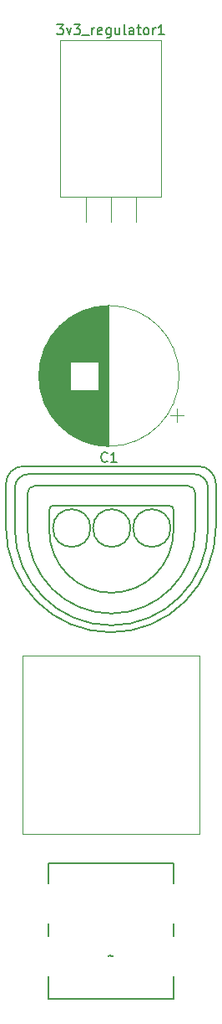
<source format=gbr>
%TF.GenerationSoftware,KiCad,Pcbnew,8.0.3*%
%TF.CreationDate,2024-06-28T16:48:33+02:00*%
%TF.ProjectId,pro micro nintendo adapter,70726f20-6d69-4637-926f-206e696e7465,rev?*%
%TF.SameCoordinates,Original*%
%TF.FileFunction,Legend,Top*%
%TF.FilePolarity,Positive*%
%FSLAX46Y46*%
G04 Gerber Fmt 4.6, Leading zero omitted, Abs format (unit mm)*
G04 Created by KiCad (PCBNEW 8.0.3) date 2024-06-28 16:48:33*
%MOMM*%
%LPD*%
G01*
G04 APERTURE LIST*
%ADD10C,0.150000*%
%ADD11C,0.100000*%
%ADD12C,0.127000*%
%ADD13C,0.203200*%
%ADD14C,0.120000*%
G04 APERTURE END LIST*
D10*
X131203062Y-95985580D02*
X131155443Y-96033200D01*
X131155443Y-96033200D02*
X131012586Y-96080819D01*
X131012586Y-96080819D02*
X130917348Y-96080819D01*
X130917348Y-96080819D02*
X130774491Y-96033200D01*
X130774491Y-96033200D02*
X130679253Y-95937961D01*
X130679253Y-95937961D02*
X130631634Y-95842723D01*
X130631634Y-95842723D02*
X130584015Y-95652247D01*
X130584015Y-95652247D02*
X130584015Y-95509390D01*
X130584015Y-95509390D02*
X130631634Y-95318914D01*
X130631634Y-95318914D02*
X130679253Y-95223676D01*
X130679253Y-95223676D02*
X130774491Y-95128438D01*
X130774491Y-95128438D02*
X130917348Y-95080819D01*
X130917348Y-95080819D02*
X131012586Y-95080819D01*
X131012586Y-95080819D02*
X131155443Y-95128438D01*
X131155443Y-95128438D02*
X131203062Y-95176057D01*
X132155443Y-96080819D02*
X131584015Y-96080819D01*
X131869729Y-96080819D02*
X131869729Y-95080819D01*
X131869729Y-95080819D02*
X131774491Y-95223676D01*
X131774491Y-95223676D02*
X131679253Y-95318914D01*
X131679253Y-95318914D02*
X131584015Y-95366533D01*
X131310095Y-146083866D02*
X131357714Y-146036247D01*
X131357714Y-146036247D02*
X131452952Y-145988628D01*
X131452952Y-145988628D02*
X131643428Y-146083866D01*
X131643428Y-146083866D02*
X131738666Y-146036247D01*
X131738666Y-146036247D02*
X131786285Y-145988628D01*
X126119618Y-51858819D02*
X126738665Y-51858819D01*
X126738665Y-51858819D02*
X126405332Y-52239771D01*
X126405332Y-52239771D02*
X126548189Y-52239771D01*
X126548189Y-52239771D02*
X126643427Y-52287390D01*
X126643427Y-52287390D02*
X126691046Y-52335009D01*
X126691046Y-52335009D02*
X126738665Y-52430247D01*
X126738665Y-52430247D02*
X126738665Y-52668342D01*
X126738665Y-52668342D02*
X126691046Y-52763580D01*
X126691046Y-52763580D02*
X126643427Y-52811200D01*
X126643427Y-52811200D02*
X126548189Y-52858819D01*
X126548189Y-52858819D02*
X126262475Y-52858819D01*
X126262475Y-52858819D02*
X126167237Y-52811200D01*
X126167237Y-52811200D02*
X126119618Y-52763580D01*
X127071999Y-52192152D02*
X127310094Y-52858819D01*
X127310094Y-52858819D02*
X127548189Y-52192152D01*
X127833904Y-51858819D02*
X128452951Y-51858819D01*
X128452951Y-51858819D02*
X128119618Y-52239771D01*
X128119618Y-52239771D02*
X128262475Y-52239771D01*
X128262475Y-52239771D02*
X128357713Y-52287390D01*
X128357713Y-52287390D02*
X128405332Y-52335009D01*
X128405332Y-52335009D02*
X128452951Y-52430247D01*
X128452951Y-52430247D02*
X128452951Y-52668342D01*
X128452951Y-52668342D02*
X128405332Y-52763580D01*
X128405332Y-52763580D02*
X128357713Y-52811200D01*
X128357713Y-52811200D02*
X128262475Y-52858819D01*
X128262475Y-52858819D02*
X127976761Y-52858819D01*
X127976761Y-52858819D02*
X127881523Y-52811200D01*
X127881523Y-52811200D02*
X127833904Y-52763580D01*
X128643428Y-52954057D02*
X129405332Y-52954057D01*
X129643428Y-52858819D02*
X129643428Y-52192152D01*
X129643428Y-52382628D02*
X129691047Y-52287390D01*
X129691047Y-52287390D02*
X129738666Y-52239771D01*
X129738666Y-52239771D02*
X129833904Y-52192152D01*
X129833904Y-52192152D02*
X129929142Y-52192152D01*
X130643428Y-52811200D02*
X130548190Y-52858819D01*
X130548190Y-52858819D02*
X130357714Y-52858819D01*
X130357714Y-52858819D02*
X130262476Y-52811200D01*
X130262476Y-52811200D02*
X130214857Y-52715961D01*
X130214857Y-52715961D02*
X130214857Y-52335009D01*
X130214857Y-52335009D02*
X130262476Y-52239771D01*
X130262476Y-52239771D02*
X130357714Y-52192152D01*
X130357714Y-52192152D02*
X130548190Y-52192152D01*
X130548190Y-52192152D02*
X130643428Y-52239771D01*
X130643428Y-52239771D02*
X130691047Y-52335009D01*
X130691047Y-52335009D02*
X130691047Y-52430247D01*
X130691047Y-52430247D02*
X130214857Y-52525485D01*
X131548190Y-52192152D02*
X131548190Y-53001676D01*
X131548190Y-53001676D02*
X131500571Y-53096914D01*
X131500571Y-53096914D02*
X131452952Y-53144533D01*
X131452952Y-53144533D02*
X131357714Y-53192152D01*
X131357714Y-53192152D02*
X131214857Y-53192152D01*
X131214857Y-53192152D02*
X131119619Y-53144533D01*
X131548190Y-52811200D02*
X131452952Y-52858819D01*
X131452952Y-52858819D02*
X131262476Y-52858819D01*
X131262476Y-52858819D02*
X131167238Y-52811200D01*
X131167238Y-52811200D02*
X131119619Y-52763580D01*
X131119619Y-52763580D02*
X131072000Y-52668342D01*
X131072000Y-52668342D02*
X131072000Y-52382628D01*
X131072000Y-52382628D02*
X131119619Y-52287390D01*
X131119619Y-52287390D02*
X131167238Y-52239771D01*
X131167238Y-52239771D02*
X131262476Y-52192152D01*
X131262476Y-52192152D02*
X131452952Y-52192152D01*
X131452952Y-52192152D02*
X131548190Y-52239771D01*
X132452952Y-52192152D02*
X132452952Y-52858819D01*
X132024381Y-52192152D02*
X132024381Y-52715961D01*
X132024381Y-52715961D02*
X132072000Y-52811200D01*
X132072000Y-52811200D02*
X132167238Y-52858819D01*
X132167238Y-52858819D02*
X132310095Y-52858819D01*
X132310095Y-52858819D02*
X132405333Y-52811200D01*
X132405333Y-52811200D02*
X132452952Y-52763580D01*
X133072000Y-52858819D02*
X132976762Y-52811200D01*
X132976762Y-52811200D02*
X132929143Y-52715961D01*
X132929143Y-52715961D02*
X132929143Y-51858819D01*
X133881524Y-52858819D02*
X133881524Y-52335009D01*
X133881524Y-52335009D02*
X133833905Y-52239771D01*
X133833905Y-52239771D02*
X133738667Y-52192152D01*
X133738667Y-52192152D02*
X133548191Y-52192152D01*
X133548191Y-52192152D02*
X133452953Y-52239771D01*
X133881524Y-52811200D02*
X133786286Y-52858819D01*
X133786286Y-52858819D02*
X133548191Y-52858819D01*
X133548191Y-52858819D02*
X133452953Y-52811200D01*
X133452953Y-52811200D02*
X133405334Y-52715961D01*
X133405334Y-52715961D02*
X133405334Y-52620723D01*
X133405334Y-52620723D02*
X133452953Y-52525485D01*
X133452953Y-52525485D02*
X133548191Y-52477866D01*
X133548191Y-52477866D02*
X133786286Y-52477866D01*
X133786286Y-52477866D02*
X133881524Y-52430247D01*
X134214858Y-52192152D02*
X134595810Y-52192152D01*
X134357715Y-51858819D02*
X134357715Y-52715961D01*
X134357715Y-52715961D02*
X134405334Y-52811200D01*
X134405334Y-52811200D02*
X134500572Y-52858819D01*
X134500572Y-52858819D02*
X134595810Y-52858819D01*
X135072001Y-52858819D02*
X134976763Y-52811200D01*
X134976763Y-52811200D02*
X134929144Y-52763580D01*
X134929144Y-52763580D02*
X134881525Y-52668342D01*
X134881525Y-52668342D02*
X134881525Y-52382628D01*
X134881525Y-52382628D02*
X134929144Y-52287390D01*
X134929144Y-52287390D02*
X134976763Y-52239771D01*
X134976763Y-52239771D02*
X135072001Y-52192152D01*
X135072001Y-52192152D02*
X135214858Y-52192152D01*
X135214858Y-52192152D02*
X135310096Y-52239771D01*
X135310096Y-52239771D02*
X135357715Y-52287390D01*
X135357715Y-52287390D02*
X135405334Y-52382628D01*
X135405334Y-52382628D02*
X135405334Y-52668342D01*
X135405334Y-52668342D02*
X135357715Y-52763580D01*
X135357715Y-52763580D02*
X135310096Y-52811200D01*
X135310096Y-52811200D02*
X135214858Y-52858819D01*
X135214858Y-52858819D02*
X135072001Y-52858819D01*
X135833906Y-52858819D02*
X135833906Y-52192152D01*
X135833906Y-52382628D02*
X135881525Y-52287390D01*
X135881525Y-52287390D02*
X135929144Y-52239771D01*
X135929144Y-52239771D02*
X136024382Y-52192152D01*
X136024382Y-52192152D02*
X136119620Y-52192152D01*
X136976763Y-52858819D02*
X136405335Y-52858819D01*
X136691049Y-52858819D02*
X136691049Y-51858819D01*
X136691049Y-51858819D02*
X136595811Y-52001676D01*
X136595811Y-52001676D02*
X136500573Y-52096914D01*
X136500573Y-52096914D02*
X136405335Y-52144533D01*
%TO.C,U3*%
D11*
X122572000Y-115682000D02*
X140572000Y-115682000D01*
X140572000Y-133682000D01*
X122572000Y-133682000D01*
X122572000Y-115682000D01*
D12*
%TO.C,N64_controller1*%
X120922000Y-98298750D02*
X120922000Y-102648750D01*
X121822000Y-98698750D02*
X121822000Y-102798750D01*
X123122000Y-99198750D02*
X123122000Y-102898750D01*
X125322000Y-100898750D02*
X125322000Y-102998750D01*
X137522000Y-100498750D02*
X125722000Y-100498750D01*
X137922000Y-100898750D02*
X137922000Y-102998750D01*
X139422000Y-98498750D02*
X123822000Y-98498750D01*
X140022000Y-97298750D02*
X123222000Y-97298750D01*
X140122000Y-99198750D02*
X140122000Y-102898750D01*
X140422000Y-96498750D02*
X122722000Y-96498750D01*
X141422000Y-98698750D02*
X141422000Y-102798750D01*
X142222000Y-98298750D02*
X142222000Y-102648750D01*
X120922000Y-98298750D02*
G75*
G02*
X122722000Y-96498750I1800000J0D01*
G01*
X121822000Y-98698750D02*
G75*
G02*
X123222000Y-97298750I1400000J0D01*
G01*
X123122000Y-99198750D02*
G75*
G02*
X123822000Y-98498750I700000J0D01*
G01*
X125322000Y-100898750D02*
G75*
G02*
X125722000Y-100498750I400000J0D01*
G01*
X131572001Y-113298751D02*
G75*
G02*
X120921999Y-102648750I-1J10650001D01*
G01*
X131622000Y-112598750D02*
G75*
G02*
X121822000Y-102798750I2J9800002D01*
G01*
X131622002Y-109298750D02*
G75*
G02*
X125322000Y-102998750I-2J6300000D01*
G01*
X131622002Y-111398750D02*
G75*
G02*
X123122000Y-102898750I-2J8500000D01*
G01*
X137522000Y-100498750D02*
G75*
G02*
X137922000Y-100898750I1J-399999D01*
G01*
X137922000Y-102998750D02*
G75*
G02*
X131621999Y-109298749I-6300001J2D01*
G01*
X139422000Y-98498750D02*
G75*
G02*
X140122000Y-99198750I1J-699999D01*
G01*
X140022000Y-97298750D02*
G75*
G02*
X141422000Y-98698750I-2J-1400002D01*
G01*
X140122000Y-102898750D02*
G75*
G02*
X131621999Y-111398749I-8500000J1D01*
G01*
X140422000Y-96498750D02*
G75*
G02*
X142222000Y-98298750I-1J-1800001D01*
G01*
X141422000Y-102798750D02*
G75*
G02*
X131622000Y-112598750I-9800002J2D01*
G01*
X142222000Y-102648750D02*
G75*
G02*
X131572000Y-113298750I-10650000J0D01*
G01*
D13*
X129499000Y-102762750D02*
G75*
G02*
X125689000Y-102762750I-1905000J0D01*
G01*
X125689000Y-102762750D02*
G75*
G02*
X129499000Y-102762750I1905000J0D01*
G01*
X133563000Y-102762750D02*
G75*
G02*
X129753000Y-102762750I-1905000J0D01*
G01*
X129753000Y-102762750D02*
G75*
G02*
X133563000Y-102762750I1905000J0D01*
G01*
X137627000Y-102762750D02*
G75*
G02*
X133817000Y-102762750I-1905000J0D01*
G01*
X133817000Y-102762750D02*
G75*
G02*
X137627000Y-102762750I1905000J0D01*
G01*
D14*
%TO.C,C1*%
X124288729Y-88090000D02*
X124288729Y-86662000D01*
X124328729Y-88401000D02*
X124328729Y-86351000D01*
X124368729Y-88638000D02*
X124368729Y-86114000D01*
X124408729Y-88837000D02*
X124408729Y-85915000D01*
X124448729Y-89012000D02*
X124448729Y-85740000D01*
X124488729Y-89170000D02*
X124488729Y-85582000D01*
X124528729Y-89314000D02*
X124528729Y-85438000D01*
X124568729Y-89447000D02*
X124568729Y-85305000D01*
X124608729Y-89572000D02*
X124608729Y-85180000D01*
X124648729Y-89689000D02*
X124648729Y-85063000D01*
X124688729Y-89801000D02*
X124688729Y-84951000D01*
X124728729Y-89906000D02*
X124728729Y-84846000D01*
X124768729Y-90008000D02*
X124768729Y-84744000D01*
X124808729Y-90104000D02*
X124808729Y-84648000D01*
X124848729Y-90197000D02*
X124848729Y-84555000D01*
X124888729Y-90287000D02*
X124888729Y-84465000D01*
X124928729Y-90373000D02*
X124928729Y-84379000D01*
X124968729Y-90456000D02*
X124968729Y-84296000D01*
X125008729Y-90537000D02*
X125008729Y-84215000D01*
X125048729Y-90616000D02*
X125048729Y-84136000D01*
X125088729Y-90691000D02*
X125088729Y-84061000D01*
X125128729Y-90765000D02*
X125128729Y-83987000D01*
X125168729Y-90837000D02*
X125168729Y-83915000D01*
X125208729Y-90907000D02*
X125208729Y-83845000D01*
X125248729Y-90975000D02*
X125248729Y-83777000D01*
X125288729Y-91042000D02*
X125288729Y-83710000D01*
X125328729Y-91106000D02*
X125328729Y-83646000D01*
X125368729Y-91170000D02*
X125368729Y-83582000D01*
X125408729Y-91232000D02*
X125408729Y-83520000D01*
X125448729Y-91292000D02*
X125448729Y-83460000D01*
X125488729Y-91351000D02*
X125488729Y-83401000D01*
X125528729Y-91409000D02*
X125528729Y-83343000D01*
X125568729Y-91466000D02*
X125568729Y-83286000D01*
X125608729Y-91522000D02*
X125608729Y-83230000D01*
X125648729Y-91576000D02*
X125648729Y-83176000D01*
X125688729Y-91630000D02*
X125688729Y-83122000D01*
X125728729Y-91682000D02*
X125728729Y-83070000D01*
X125768729Y-91734000D02*
X125768729Y-83018000D01*
X125808729Y-91784000D02*
X125808729Y-82968000D01*
X125848729Y-91834000D02*
X125848729Y-82918000D01*
X125888729Y-91882000D02*
X125888729Y-82870000D01*
X125928729Y-91930000D02*
X125928729Y-82822000D01*
X125968729Y-91977000D02*
X125968729Y-82775000D01*
X126008729Y-92023000D02*
X126008729Y-82729000D01*
X126048729Y-92069000D02*
X126048729Y-82683000D01*
X126088729Y-92113000D02*
X126088729Y-82639000D01*
X126128729Y-92157000D02*
X126128729Y-82595000D01*
X126168729Y-92200000D02*
X126168729Y-82552000D01*
X126208729Y-92242000D02*
X126208729Y-82510000D01*
X126248729Y-92284000D02*
X126248729Y-82468000D01*
X126288729Y-92325000D02*
X126288729Y-82427000D01*
X126328729Y-92366000D02*
X126328729Y-82386000D01*
X126368729Y-92405000D02*
X126368729Y-82347000D01*
X126408729Y-92445000D02*
X126408729Y-82307000D01*
X126448729Y-92483000D02*
X126448729Y-82269000D01*
X126488729Y-92521000D02*
X126488729Y-82231000D01*
X126528729Y-92558000D02*
X126528729Y-82194000D01*
X126568729Y-92595000D02*
X126568729Y-82157000D01*
X126608729Y-92631000D02*
X126608729Y-82121000D01*
X126648729Y-92667000D02*
X126648729Y-82085000D01*
X126688729Y-92702000D02*
X126688729Y-82050000D01*
X126728729Y-92737000D02*
X126728729Y-82015000D01*
X126768729Y-92771000D02*
X126768729Y-81981000D01*
X126808729Y-92805000D02*
X126808729Y-81947000D01*
X126848729Y-92838000D02*
X126848729Y-81914000D01*
X126888729Y-92870000D02*
X126888729Y-81882000D01*
X126928729Y-92903000D02*
X126928729Y-81849000D01*
X126968729Y-92934000D02*
X126968729Y-81818000D01*
X127008729Y-92965000D02*
X127008729Y-81787000D01*
X127048729Y-92996000D02*
X127048729Y-81756000D01*
X127088729Y-93026000D02*
X127088729Y-81726000D01*
X127128729Y-93056000D02*
X127128729Y-81696000D01*
X127168729Y-93086000D02*
X127168729Y-81666000D01*
X127208729Y-93115000D02*
X127208729Y-81637000D01*
X127248729Y-93143000D02*
X127248729Y-81609000D01*
X127288729Y-93172000D02*
X127288729Y-81580000D01*
X127328729Y-93199000D02*
X127328729Y-81553000D01*
X127368729Y-93227000D02*
X127368729Y-81525000D01*
X127408729Y-93254000D02*
X127408729Y-81498000D01*
X127448729Y-85936000D02*
X127448729Y-81472000D01*
X127448729Y-93280000D02*
X127448729Y-88816000D01*
X127488729Y-85936000D02*
X127488729Y-81446000D01*
X127488729Y-93306000D02*
X127488729Y-88816000D01*
X127528729Y-85936000D02*
X127528729Y-81420000D01*
X127528729Y-93332000D02*
X127528729Y-88816000D01*
X127568729Y-85936000D02*
X127568729Y-81394000D01*
X127568729Y-93358000D02*
X127568729Y-88816000D01*
X127608729Y-85936000D02*
X127608729Y-81369000D01*
X127608729Y-93383000D02*
X127608729Y-88816000D01*
X127648729Y-85936000D02*
X127648729Y-81345000D01*
X127648729Y-93407000D02*
X127648729Y-88816000D01*
X127688729Y-85936000D02*
X127688729Y-81320000D01*
X127688729Y-93432000D02*
X127688729Y-88816000D01*
X127728729Y-85936000D02*
X127728729Y-81296000D01*
X127728729Y-93456000D02*
X127728729Y-88816000D01*
X127768729Y-85936000D02*
X127768729Y-81273000D01*
X127768729Y-93479000D02*
X127768729Y-88816000D01*
X127808729Y-85936000D02*
X127808729Y-81249000D01*
X127808729Y-93503000D02*
X127808729Y-88816000D01*
X127848729Y-85936000D02*
X127848729Y-81226000D01*
X127848729Y-93526000D02*
X127848729Y-88816000D01*
X127888729Y-85936000D02*
X127888729Y-81204000D01*
X127888729Y-93548000D02*
X127888729Y-88816000D01*
X127928729Y-85936000D02*
X127928729Y-81182000D01*
X127928729Y-93570000D02*
X127928729Y-88816000D01*
X127968729Y-85936000D02*
X127968729Y-81160000D01*
X127968729Y-93592000D02*
X127968729Y-88816000D01*
X128008729Y-85936000D02*
X128008729Y-81138000D01*
X128008729Y-93614000D02*
X128008729Y-88816000D01*
X128048729Y-85936000D02*
X128048729Y-81117000D01*
X128048729Y-93635000D02*
X128048729Y-88816000D01*
X128088729Y-85936000D02*
X128088729Y-81096000D01*
X128088729Y-93656000D02*
X128088729Y-88816000D01*
X128128729Y-85936000D02*
X128128729Y-81075000D01*
X128128729Y-93677000D02*
X128128729Y-88816000D01*
X128168729Y-85936000D02*
X128168729Y-81055000D01*
X128168729Y-93697000D02*
X128168729Y-88816000D01*
X128208729Y-85936000D02*
X128208729Y-81035000D01*
X128208729Y-93717000D02*
X128208729Y-88816000D01*
X128248729Y-85936000D02*
X128248729Y-81016000D01*
X128248729Y-93736000D02*
X128248729Y-88816000D01*
X128288729Y-85936000D02*
X128288729Y-80996000D01*
X128288729Y-93756000D02*
X128288729Y-88816000D01*
X128328729Y-85936000D02*
X128328729Y-80977000D01*
X128328729Y-93775000D02*
X128328729Y-88816000D01*
X128368729Y-85936000D02*
X128368729Y-80958000D01*
X128368729Y-93794000D02*
X128368729Y-88816000D01*
X128408729Y-85936000D02*
X128408729Y-80940000D01*
X128408729Y-93812000D02*
X128408729Y-88816000D01*
X128448729Y-85936000D02*
X128448729Y-80922000D01*
X128448729Y-93830000D02*
X128448729Y-88816000D01*
X128488729Y-85936000D02*
X128488729Y-80904000D01*
X128488729Y-93848000D02*
X128488729Y-88816000D01*
X128528729Y-85936000D02*
X128528729Y-80886000D01*
X128528729Y-93866000D02*
X128528729Y-88816000D01*
X128568729Y-85936000D02*
X128568729Y-80869000D01*
X128568729Y-93883000D02*
X128568729Y-88816000D01*
X128608729Y-85936000D02*
X128608729Y-80852000D01*
X128608729Y-93900000D02*
X128608729Y-88816000D01*
X128648729Y-85936000D02*
X128648729Y-80836000D01*
X128648729Y-93916000D02*
X128648729Y-88816000D01*
X128688729Y-85936000D02*
X128688729Y-80819000D01*
X128688729Y-93933000D02*
X128688729Y-88816000D01*
X128728729Y-85936000D02*
X128728729Y-80803000D01*
X128728729Y-93949000D02*
X128728729Y-88816000D01*
X128768729Y-85936000D02*
X128768729Y-80787000D01*
X128768729Y-93965000D02*
X128768729Y-88816000D01*
X128808729Y-85936000D02*
X128808729Y-80772000D01*
X128808729Y-93980000D02*
X128808729Y-88816000D01*
X128848729Y-85936000D02*
X128848729Y-80756000D01*
X128848729Y-93996000D02*
X128848729Y-88816000D01*
X128888729Y-85936000D02*
X128888729Y-80741000D01*
X128888729Y-94011000D02*
X128888729Y-88816000D01*
X128928729Y-85936000D02*
X128928729Y-80727000D01*
X128928729Y-94025000D02*
X128928729Y-88816000D01*
X128968729Y-85936000D02*
X128968729Y-80712000D01*
X128968729Y-94040000D02*
X128968729Y-88816000D01*
X129008729Y-85936000D02*
X129008729Y-80698000D01*
X129008729Y-94054000D02*
X129008729Y-88816000D01*
X129048729Y-85936000D02*
X129048729Y-80684000D01*
X129048729Y-94068000D02*
X129048729Y-88816000D01*
X129088729Y-85936000D02*
X129088729Y-80670000D01*
X129088729Y-94082000D02*
X129088729Y-88816000D01*
X129128729Y-85936000D02*
X129128729Y-80657000D01*
X129128729Y-94095000D02*
X129128729Y-88816000D01*
X129168729Y-85936000D02*
X129168729Y-80644000D01*
X129168729Y-94108000D02*
X129168729Y-88816000D01*
X129208729Y-85936000D02*
X129208729Y-80631000D01*
X129208729Y-94121000D02*
X129208729Y-88816000D01*
X129248729Y-85936000D02*
X129248729Y-80618000D01*
X129248729Y-94134000D02*
X129248729Y-88816000D01*
X129288729Y-85936000D02*
X129288729Y-80606000D01*
X129288729Y-94146000D02*
X129288729Y-88816000D01*
X129328729Y-85936000D02*
X129328729Y-80594000D01*
X129328729Y-94158000D02*
X129328729Y-88816000D01*
X129368729Y-85936000D02*
X129368729Y-80582000D01*
X129368729Y-94170000D02*
X129368729Y-88816000D01*
X129408729Y-85936000D02*
X129408729Y-80571000D01*
X129408729Y-94181000D02*
X129408729Y-88816000D01*
X129448729Y-85936000D02*
X129448729Y-80559000D01*
X129448729Y-94193000D02*
X129448729Y-88816000D01*
X129488729Y-85936000D02*
X129488729Y-80548000D01*
X129488729Y-94204000D02*
X129488729Y-88816000D01*
X129528729Y-85936000D02*
X129528729Y-80537000D01*
X129528729Y-94215000D02*
X129528729Y-88816000D01*
X129568729Y-85936000D02*
X129568729Y-80527000D01*
X129568729Y-94225000D02*
X129568729Y-88816000D01*
X129608729Y-85936000D02*
X129608729Y-80516000D01*
X129608729Y-94236000D02*
X129608729Y-88816000D01*
X129648729Y-85936000D02*
X129648729Y-80506000D01*
X129648729Y-94246000D02*
X129648729Y-88816000D01*
X129688729Y-85936000D02*
X129688729Y-80497000D01*
X129688729Y-94255000D02*
X129688729Y-88816000D01*
X129728729Y-85936000D02*
X129728729Y-80487000D01*
X129728729Y-94265000D02*
X129728729Y-88816000D01*
X129768729Y-85936000D02*
X129768729Y-80478000D01*
X129768729Y-94274000D02*
X129768729Y-88816000D01*
X129808729Y-85936000D02*
X129808729Y-80469000D01*
X129808729Y-94283000D02*
X129808729Y-88816000D01*
X129848729Y-85936000D02*
X129848729Y-80460000D01*
X129848729Y-94292000D02*
X129848729Y-88816000D01*
X129888729Y-85936000D02*
X129888729Y-80451000D01*
X129888729Y-94301000D02*
X129888729Y-88816000D01*
X129928729Y-85936000D02*
X129928729Y-80443000D01*
X129928729Y-94309000D02*
X129928729Y-88816000D01*
X129968729Y-85936000D02*
X129968729Y-80434000D01*
X129968729Y-94318000D02*
X129968729Y-88816000D01*
X130008729Y-85936000D02*
X130008729Y-80427000D01*
X130008729Y-94325000D02*
X130008729Y-88816000D01*
X130048729Y-85936000D02*
X130048729Y-80419000D01*
X130048729Y-94333000D02*
X130048729Y-88816000D01*
X130088729Y-85936000D02*
X130088729Y-80412000D01*
X130088729Y-94340000D02*
X130088729Y-88816000D01*
X130128729Y-85936000D02*
X130128729Y-80404000D01*
X130128729Y-94348000D02*
X130128729Y-88816000D01*
X130168729Y-85936000D02*
X130168729Y-80397000D01*
X130168729Y-94355000D02*
X130168729Y-88816000D01*
X130208729Y-85936000D02*
X130208729Y-80391000D01*
X130208729Y-94361000D02*
X130208729Y-88816000D01*
X130248729Y-85936000D02*
X130248729Y-80384000D01*
X130248729Y-94368000D02*
X130248729Y-88816000D01*
X130288729Y-85936000D02*
X130288729Y-80378000D01*
X130288729Y-94374000D02*
X130288729Y-88816000D01*
X130328729Y-94380000D02*
X130328729Y-80372000D01*
X130368729Y-94386000D02*
X130368729Y-80366000D01*
X130408729Y-94391000D02*
X130408729Y-80361000D01*
X130448729Y-94397000D02*
X130448729Y-80355000D01*
X130488729Y-94402000D02*
X130488729Y-80350000D01*
X130528729Y-94407000D02*
X130528729Y-80345000D01*
X130568729Y-94411000D02*
X130568729Y-80341000D01*
X130608729Y-94416000D02*
X130608729Y-80336000D01*
X130648729Y-94420000D02*
X130648729Y-80332000D01*
X130689729Y-94424000D02*
X130689729Y-80328000D01*
X130729729Y-94428000D02*
X130729729Y-80324000D01*
X130769729Y-94431000D02*
X130769729Y-80321000D01*
X130809729Y-94434000D02*
X130809729Y-80318000D01*
X130849729Y-94437000D02*
X130849729Y-80315000D01*
X130889729Y-94440000D02*
X130889729Y-80312000D01*
X130929729Y-94443000D02*
X130929729Y-80309000D01*
X130969729Y-94445000D02*
X130969729Y-80307000D01*
X131009729Y-94447000D02*
X131009729Y-80305000D01*
X131049729Y-94449000D02*
X131049729Y-80303000D01*
X131089729Y-94451000D02*
X131089729Y-80301000D01*
X131129729Y-94452000D02*
X131129729Y-80300000D01*
X131169729Y-94454000D02*
X131169729Y-80298000D01*
X131209729Y-94455000D02*
X131209729Y-80297000D01*
X131249729Y-94455000D02*
X131249729Y-80297000D01*
X131289729Y-94456000D02*
X131289729Y-80296000D01*
X131329729Y-94456000D02*
X131329729Y-80296000D01*
X131369729Y-94456000D02*
X131369729Y-80296000D01*
X138289272Y-92071000D02*
X138289272Y-90671000D01*
X138989272Y-91371000D02*
X137589272Y-91371000D01*
X138489729Y-87376000D02*
G75*
G02*
X124249729Y-87376000I-7120000J0D01*
G01*
X124249729Y-87376000D02*
G75*
G02*
X138489729Y-87376000I7120000J0D01*
G01*
D10*
%TO.C,U2*%
X125222000Y-136652000D02*
X125222000Y-138684000D01*
X125222000Y-136652000D02*
X137922000Y-136652000D01*
X125222000Y-142748000D02*
X125222000Y-144018000D01*
X125222000Y-150368000D02*
X125222000Y-148082000D01*
X137922000Y-136652000D02*
X137922000Y-138684000D01*
X137922000Y-142748000D02*
X137922000Y-144018000D01*
X137922000Y-148082000D02*
X137922000Y-150368000D01*
X137922000Y-150368000D02*
X125222000Y-150368000D01*
D14*
%TO.C,3v3_regulator1*%
X126452000Y-53404000D02*
X126452000Y-69294000D01*
X126452000Y-53404000D02*
X136692000Y-53404000D01*
X126452000Y-69294000D02*
X136692000Y-69294000D01*
X129032000Y-69294000D02*
X129032000Y-71834000D01*
X131572000Y-69294000D02*
X131572000Y-71834000D01*
X134112000Y-69294000D02*
X134112000Y-71834000D01*
X136692000Y-53404000D02*
X136692000Y-69294000D01*
%TD*%
M02*

</source>
